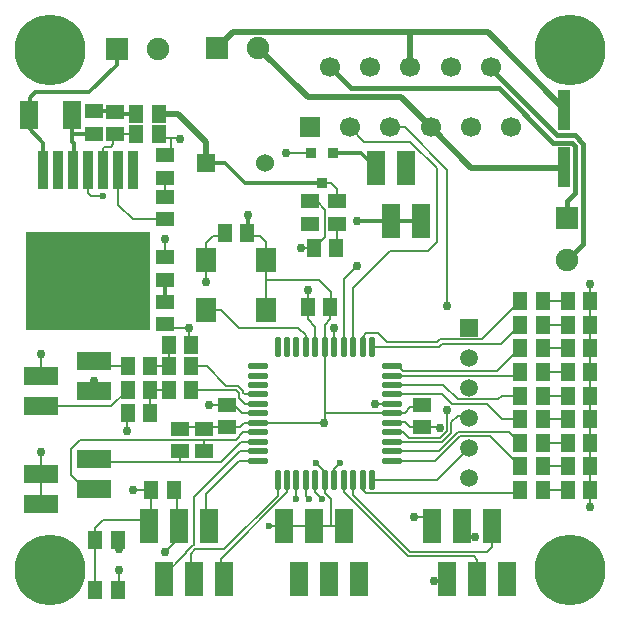
<source format=gtl>
G04 Layer_Physical_Order=1*
G04 Layer_Color=255*
%FSLAX25Y25*%
%MOIN*%
G70*
G01*
G75*
%ADD10R,0.11811X0.05906*%
%ADD11R,0.05906X0.11811*%
%ADD12R,0.05118X0.05906*%
%ADD13R,0.05906X0.05118*%
%ADD14R,0.03740X0.12598*%
%ADD15R,0.41339X0.32677*%
%ADD16O,0.02165X0.06890*%
%ADD17O,0.06890X0.02165*%
%ADD18R,0.03543X0.03740*%
%ADD19R,0.03543X0.03740*%
%ADD20R,0.05906X0.09449*%
%ADD21R,0.07000X0.07900*%
%ADD22R,0.03937X0.13386*%
%ADD23C,0.00787*%
%ADD24C,0.01969*%
%ADD25C,0.01772*%
%ADD26C,0.01181*%
%ADD27R,0.07480X0.07480*%
%ADD28C,0.07480*%
%ADD29R,0.07480X0.07480*%
%ADD30C,0.06693*%
%ADD31R,0.06693X0.06693*%
%ADD32C,0.06000*%
%ADD33R,0.06000X0.06000*%
%ADD34C,0.05906*%
%ADD35R,0.05906X0.05906*%
%ADD36C,0.02953*%
%ADD37C,0.02362*%
%ADD38C,0.23622*%
D10*
X8858Y-163012D02*
D03*
X26575Y-158012D02*
D03*
X8858Y-153012D02*
D03*
X26575Y-148012D02*
D03*
X8858Y-130532D02*
D03*
X26575Y-125531D02*
D03*
X8858Y-120531D02*
D03*
X26575Y-115532D02*
D03*
D11*
X164075Y-187992D02*
D03*
X159075Y-170276D02*
D03*
X154075Y-187992D02*
D03*
X149075Y-170276D02*
D03*
X144075Y-187992D02*
D03*
X139075Y-170276D02*
D03*
X135453Y-68898D02*
D03*
X130453Y-51181D02*
D03*
X125453Y-68898D02*
D03*
X120453Y-51181D02*
D03*
X89862Y-170276D02*
D03*
X94862Y-187992D02*
D03*
X99862Y-170276D02*
D03*
X104862Y-187992D02*
D03*
X109862Y-170276D02*
D03*
X114862Y-187992D02*
D03*
X69587D02*
D03*
X64587Y-170276D02*
D03*
X59587Y-187992D02*
D03*
X54587Y-170276D02*
D03*
X49587Y-187992D02*
D03*
X44587Y-170276D02*
D03*
D12*
X34252Y-191929D02*
D03*
X26772D02*
D03*
X107087Y-77756D02*
D03*
X99606D02*
D03*
X191732Y-158465D02*
D03*
X184252D02*
D03*
X191732Y-150591D02*
D03*
X184252D02*
D03*
X191732Y-142717D02*
D03*
X184252D02*
D03*
X191732Y-134843D02*
D03*
X184252D02*
D03*
X191732Y-119095D02*
D03*
X184252D02*
D03*
X191732Y-111221D02*
D03*
X184252D02*
D03*
X191732Y-103347D02*
D03*
X184252D02*
D03*
X191732Y-95472D02*
D03*
X184252D02*
D03*
X191732Y-126969D02*
D03*
X184252D02*
D03*
X47933Y-32972D02*
D03*
X40453D02*
D03*
X45079Y-132874D02*
D03*
X37598D02*
D03*
Y-125000D02*
D03*
X45079D02*
D03*
X58858D02*
D03*
X51378D02*
D03*
X58858Y-110236D02*
D03*
X51378D02*
D03*
X45079Y-117126D02*
D03*
X37598D02*
D03*
X51378D02*
D03*
X58858D02*
D03*
X168504Y-126969D02*
D03*
X175984D02*
D03*
X175984Y-119095D02*
D03*
X168504D02*
D03*
Y-111221D02*
D03*
X175984D02*
D03*
Y-103347D02*
D03*
X168504D02*
D03*
X168504Y-158465D02*
D03*
X175984D02*
D03*
X175983Y-150589D02*
D03*
X168503D02*
D03*
X168504Y-142717D02*
D03*
X175984D02*
D03*
Y-134843D02*
D03*
X168504D02*
D03*
Y-95472D02*
D03*
X175984D02*
D03*
X40453Y-39862D02*
D03*
X47933D02*
D03*
X34252Y-175197D02*
D03*
X26772D02*
D03*
X45472Y-158465D02*
D03*
X52953D02*
D03*
X70079Y-72835D02*
D03*
X77559D02*
D03*
X97638Y-97441D02*
D03*
X105118D02*
D03*
D13*
X50197Y-95669D02*
D03*
Y-103150D02*
D03*
X98425Y-69685D02*
D03*
Y-62205D02*
D03*
X50000Y-60728D02*
D03*
Y-68209D02*
D03*
X33563Y-32283D02*
D03*
Y-39764D02*
D03*
X107283Y-69685D02*
D03*
Y-62205D02*
D03*
X50197Y-80905D02*
D03*
Y-88386D02*
D03*
X55118Y-145472D02*
D03*
Y-137992D02*
D03*
X62992D02*
D03*
Y-145472D02*
D03*
X26280Y-39665D02*
D03*
Y-32185D02*
D03*
X50000Y-46850D02*
D03*
Y-54331D02*
D03*
X135827Y-137598D02*
D03*
Y-130118D02*
D03*
X70866Y-130118D02*
D03*
Y-137598D02*
D03*
D14*
X39508Y-51673D02*
D03*
X34508D02*
D03*
X29508D02*
D03*
X24508D02*
D03*
X19508D02*
D03*
X14508D02*
D03*
X9508D02*
D03*
D15*
X24508Y-88878D02*
D03*
D16*
X87598Y-155118D02*
D03*
X90748D02*
D03*
X93898D02*
D03*
X97047D02*
D03*
X100197D02*
D03*
X103347D02*
D03*
X106496D02*
D03*
X109646D02*
D03*
X112795D02*
D03*
X115945D02*
D03*
X119095D02*
D03*
Y-110630D02*
D03*
X115945D02*
D03*
X112795D02*
D03*
X109646D02*
D03*
X106496D02*
D03*
X103347D02*
D03*
X100197D02*
D03*
X97047D02*
D03*
X93898D02*
D03*
X90748D02*
D03*
X87598D02*
D03*
D17*
X125591Y-148622D02*
D03*
Y-145472D02*
D03*
Y-142323D02*
D03*
Y-139173D02*
D03*
Y-136024D02*
D03*
Y-132874D02*
D03*
Y-129724D02*
D03*
Y-126575D02*
D03*
Y-123425D02*
D03*
Y-120276D02*
D03*
Y-117126D02*
D03*
X81102D02*
D03*
Y-120276D02*
D03*
Y-123425D02*
D03*
Y-126575D02*
D03*
Y-129724D02*
D03*
Y-132874D02*
D03*
Y-136024D02*
D03*
Y-139173D02*
D03*
Y-142323D02*
D03*
Y-145472D02*
D03*
Y-148622D02*
D03*
D18*
X102362Y-56102D02*
D03*
X106102Y-46260D02*
D03*
D19*
X98622Y-46260D02*
D03*
D20*
X19193Y-33563D02*
D03*
X4626D02*
D03*
D21*
X83661Y-98425D02*
D03*
Y-81925D02*
D03*
X63661Y-98425D02*
D03*
Y-81925D02*
D03*
D22*
X183071Y-50787D02*
D03*
Y-31890D02*
D03*
D23*
X37402Y-138779D02*
Y-133071D01*
X158308Y-140394D02*
X168503Y-150589D01*
X148460Y-140394D02*
X158308D01*
X90551Y-46260D02*
X98622D01*
X90551Y-46260D02*
X90551Y-46260D01*
X117028Y-159547D02*
X167421D01*
X149075Y-174213D02*
X153543D01*
X149075D02*
Y-170276D01*
X131890Y-179134D02*
X157480D01*
X154075Y-187992D02*
Y-181634D01*
X152953Y-180512D02*
X154075Y-181634D01*
X131116Y-180512D02*
X152953D01*
X157480Y-179134D02*
X159075Y-177539D01*
X109646Y-159041D02*
X131116Y-180512D01*
X112795Y-160039D02*
X131890Y-179134D01*
X112795Y-160039D02*
Y-155118D01*
X107283Y-62205D02*
Y-58071D01*
X105315Y-56102D02*
X107283Y-58071D01*
X102362Y-56102D02*
X105315D01*
X130079Y-37559D02*
X144193Y-51673D01*
X125197Y-37559D02*
X130079D01*
X144193Y-96949D02*
Y-51673D01*
X131845Y-42323D02*
X140748Y-51226D01*
Y-75787D02*
Y-51226D01*
X137795Y-78740D02*
X140748Y-75787D01*
X125000Y-78740D02*
X137795D01*
X112795Y-90945D02*
X125000Y-78740D01*
X112795Y-110630D02*
Y-90945D01*
X162205Y-109646D02*
X168504Y-103347D01*
X142323Y-109646D02*
X162205D01*
X141339Y-110630D02*
X142323Y-109646D01*
X155709Y-108268D02*
X168504Y-95472D01*
X141752Y-108268D02*
X155709D01*
X140768Y-109252D02*
X141752Y-108268D01*
X119095Y-110630D02*
X141339D01*
X160827Y-118898D02*
X168504Y-111221D01*
X129498Y-118898D02*
X160827D01*
X127726Y-117126D02*
X129498Y-118898D01*
X125591Y-117126D02*
X127726D01*
X125591Y-120276D02*
X167323D01*
X168504Y-119095D01*
X162402Y-126969D02*
X168504D01*
X161102Y-128268D02*
X162402Y-126969D01*
X147638Y-128268D02*
X161102D01*
X142795Y-123425D02*
X147638Y-128268D01*
X125591Y-123425D02*
X142795D01*
X162402Y-134843D02*
X168504D01*
X157463Y-129904D02*
X162402Y-134843D01*
X145687Y-129904D02*
X157463D01*
X142358Y-126575D02*
X145687Y-129904D01*
X125591Y-126575D02*
X142358D01*
X151102Y-133858D02*
X151575Y-134331D01*
X147638Y-133858D02*
X151102D01*
X145571Y-135925D02*
X147638Y-133858D01*
X145571Y-139385D02*
Y-135925D01*
X142436Y-142520D02*
X145571Y-139385D01*
X125787Y-142520D02*
X142436D01*
X125591Y-142323D02*
X125787Y-142520D01*
X141432Y-145472D02*
X147889Y-139016D01*
X164803D01*
X125591Y-145472D02*
X141432D01*
X140232Y-148622D02*
X148460Y-140394D01*
X125591Y-148622D02*
X140232D01*
X119095Y-155118D02*
X140787D01*
X151575Y-144331D01*
X144193Y-138814D02*
Y-131890D01*
X141866Y-141142D02*
X144193Y-138814D01*
X131299Y-141142D02*
X141866D01*
X164803Y-139016D02*
X168504Y-142717D01*
X84646Y-170276D02*
X84646Y-170276D01*
X89862D01*
X99862D01*
X109862D01*
X109862Y-170276D02*
X109862Y-170276D01*
X105315Y-170276D02*
X109862D01*
X105315D02*
Y-161308D01*
X103347Y-159339D02*
X105315Y-161308D01*
X103347Y-159339D02*
Y-155118D01*
X100197Y-159252D02*
X102362Y-161417D01*
X100197Y-159252D02*
Y-155118D01*
X97047Y-160335D02*
X98130Y-161417D01*
X97047Y-160335D02*
Y-155118D01*
X93898Y-161417D02*
Y-155118D01*
X90748Y-159140D02*
Y-155118D01*
X68602Y-181285D02*
X90748Y-159140D01*
X87598Y-160340D02*
Y-155118D01*
X69789Y-178150D02*
X87598Y-160340D01*
X60118Y-178150D02*
X69789D01*
X68602Y-187992D02*
Y-181285D01*
X191732Y-95472D02*
Y-89764D01*
Y-126969D02*
Y-95472D01*
Y-164173D02*
Y-158465D01*
Y-134843D02*
Y-126969D01*
Y-142717D02*
Y-134843D01*
Y-150591D02*
Y-142717D01*
Y-158465D02*
Y-150591D01*
X175984Y-158465D02*
X184252D01*
X184250Y-150589D02*
X184252Y-150591D01*
X175983Y-150589D02*
X184250D01*
X175984Y-142717D02*
X184252D01*
X175984Y-134843D02*
X184252D01*
X175984Y-126969D02*
X184252D01*
X175984Y-119095D02*
X184252D01*
X184252Y-111221D02*
X184252Y-111221D01*
X175984Y-111221D02*
X184252D01*
X175984Y-103347D02*
X184252D01*
X175984Y-95472D02*
X184252D01*
X124016Y-109252D02*
X140768D01*
X120965Y-106201D02*
X124016Y-109252D01*
X117028Y-106201D02*
X120965D01*
X115945Y-107283D02*
X117028Y-106201D01*
X115945Y-110630D02*
Y-107283D01*
Y-158465D02*
X117028Y-159547D01*
X115945Y-158465D02*
Y-155118D01*
X129331Y-139173D02*
X131299Y-141142D01*
X48031Y-41142D02*
X54921D01*
X47933Y-41043D02*
X48031Y-41142D01*
X47933Y-41043D02*
Y-39862D01*
X54921Y-41142D02*
X55118Y-41339D01*
X167421Y-159547D02*
X168504Y-158465D01*
X45472Y-168405D02*
Y-158465D01*
X29429Y-168405D02*
X45472D01*
X26772Y-171063D02*
X29429Y-168405D01*
X26772Y-191929D02*
Y-171063D01*
X58602Y-187992D02*
Y-179665D01*
X34646Y-191535D02*
Y-185039D01*
X52953Y-158465D02*
X54134Y-159646D01*
Y-175196D02*
Y-159646D01*
X50197Y-179133D02*
X54134Y-175196D01*
X59665Y-176772D02*
Y-160807D01*
X59547Y-176772D02*
X59665D01*
X57224Y-179095D02*
X59547Y-176772D01*
X57224Y-179370D02*
Y-179095D01*
X48602Y-187992D02*
X57224Y-179370D01*
X143287Y-188779D02*
X144075Y-187992D01*
X139764Y-188779D02*
X143287D01*
X103347Y-135827D02*
Y-132874D01*
X103150Y-136024D02*
X103347Y-135827D01*
X81102Y-136024D02*
X103150D01*
X58071Y-109449D02*
Y-104331D01*
Y-109449D02*
X58858Y-110236D01*
X50197Y-103150D02*
X51378Y-104331D01*
X58071D01*
X106496Y-151378D02*
X108268Y-149606D01*
X106496Y-155118D02*
Y-151378D01*
X100394Y-149606D02*
X103347Y-152559D01*
Y-155118D02*
Y-152559D01*
X58602Y-179665D02*
X60118Y-178150D01*
X116575Y-42323D02*
X131845D01*
X111811Y-37559D02*
X116575Y-42323D01*
X125591Y-139173D02*
X129331D01*
X106299Y-110433D02*
X106496Y-110630D01*
X106299Y-110433D02*
Y-104331D01*
X105118Y-101575D02*
Y-99410D01*
X103347Y-103347D02*
X105118Y-101575D01*
X103347Y-110630D02*
Y-103347D01*
X100197Y-110630D02*
Y-104134D01*
X97638Y-101575D02*
X100197Y-104134D01*
X97638Y-101575D02*
Y-99410D01*
X105315Y-97441D02*
Y-92520D01*
X101378Y-88583D02*
X105315Y-92520D01*
X83661Y-88583D02*
X101378D01*
X83661D02*
Y-83894D01*
X109646Y-110630D02*
Y-88189D01*
X114173Y-83661D01*
X141535Y-137598D02*
X141732Y-137795D01*
X135827Y-137598D02*
X141535D01*
X136319Y-167520D02*
X139075Y-170276D01*
X133071Y-167520D02*
X136319D01*
X120079Y-129921D02*
X120276Y-129724D01*
X125591D01*
X103347Y-132874D02*
X125591D01*
X103347Y-132874D02*
X103347Y-132874D01*
X131890Y-130905D02*
X135039D01*
X129921Y-132874D02*
X131890Y-130905D01*
X135039D02*
X135827Y-130118D01*
X125591Y-132874D02*
X129921D01*
X64764Y-130118D02*
X70866D01*
X39370Y-158465D02*
X45472D01*
X21654Y-141732D02*
X62992D01*
X18701Y-144685D02*
X21654Y-141732D01*
X18701Y-153543D02*
Y-144685D01*
Y-153543D02*
X23169Y-158012D01*
X8858Y-120531D02*
Y-113189D01*
X58858Y-117126D02*
X63976D01*
X70473Y-123622D01*
X74390D01*
X76181Y-125414D01*
Y-126104D02*
Y-125414D01*
Y-126104D02*
X76652Y-126575D01*
X81102D01*
X74803Y-127875D02*
X76652Y-129724D01*
X74803Y-127875D02*
Y-125984D01*
X58858Y-125000D02*
X73819D01*
X74803Y-125984D01*
X76652Y-129724D02*
X81102D01*
X51378Y-117126D02*
X51378Y-117126D01*
Y-110236D01*
X26575Y-115532D02*
X28169Y-117126D01*
X37598D01*
X45079D02*
X51378D01*
X45079Y-125000D02*
X51378D01*
X45079Y-132874D02*
Y-125000D01*
X8858Y-130532D02*
X32067D01*
X37598Y-125000D01*
X55118Y-149016D02*
X68858D01*
X27579D02*
X55118D01*
Y-145472D01*
X62992Y-141732D02*
X73636D01*
X62992Y-145472D02*
Y-141732D01*
X55512Y-137598D02*
X70866D01*
X55118Y-137992D02*
X55512Y-137598D01*
X68858Y-149016D02*
X75551Y-142323D01*
X26575Y-148012D02*
X27579Y-149016D01*
X73636Y-141732D02*
X76195Y-139173D01*
X103347Y-132874D02*
Y-110630D01*
X63661Y-89252D02*
Y-81925D01*
X97638Y-97441D02*
Y-91732D01*
X83661Y-98425D02*
Y-88583D01*
Y-100394D02*
Y-98425D01*
X65945Y-73819D02*
X70079D01*
X63661Y-76102D02*
X65945Y-73819D01*
X63661Y-81925D02*
Y-76102D01*
X83661Y-81925D02*
Y-75787D01*
X81693Y-73819D02*
X83661Y-75787D01*
X77559Y-73819D02*
X81693D01*
X63661Y-98425D02*
X68898D01*
X74803Y-104331D01*
X94488D01*
X97047Y-106890D01*
Y-110630D02*
Y-106890D01*
X131693Y-137598D02*
X135827D01*
X129921Y-135827D02*
X131693Y-137598D01*
X125787Y-135827D02*
X129921D01*
X125591Y-136024D02*
X125787Y-135827D01*
X109646Y-159041D02*
Y-155118D01*
X159075Y-177539D02*
Y-170276D01*
X63602D02*
Y-159823D01*
X74803Y-148622D01*
X81102D01*
X75000Y-145472D02*
X81102D01*
X59665Y-160807D02*
X75000Y-145472D01*
X8858Y-153012D02*
Y-145669D01*
Y-163012D02*
Y-153012D01*
X70866Y-137598D02*
X75000D01*
X76575Y-136024D01*
X81102D01*
X75787Y-132874D02*
X81102D01*
X73032Y-130118D02*
X75787Y-132874D01*
X70866Y-130118D02*
X73032D01*
X23169Y-158012D02*
X26575D01*
X76195Y-139173D02*
X81102D01*
X75551Y-142323D02*
X81102D01*
X50197Y-80905D02*
Y-74803D01*
X95472Y-77756D02*
X99606D01*
X103346Y-74016D01*
Y-64960D01*
X100591Y-62205D02*
X103346Y-64960D01*
X98425Y-62205D02*
X100591D01*
X107087Y-77756D02*
X107283Y-77559D01*
Y-69685D01*
X34508Y-63346D02*
Y-51673D01*
Y-63346D02*
X39370Y-68209D01*
X50000D01*
Y-60728D02*
Y-54331D01*
Y-46850D02*
X52165Y-44685D01*
Y-41142D01*
X40354Y-39764D02*
X40453Y-39862D01*
X33563Y-39764D02*
X40354D01*
X31988Y-43996D02*
X32776Y-43209D01*
X29921Y-43996D02*
X31988D01*
X29508Y-51673D02*
Y-44409D01*
X29921Y-43996D01*
X32776Y-43209D02*
Y-40551D01*
X33563Y-39764D01*
X25492Y-60532D02*
X29528D01*
X24508Y-59547D02*
X25492Y-60532D01*
X24508Y-59547D02*
Y-51673D01*
D24*
X97579Y-27598D02*
X128622D01*
X81200Y-11220D02*
X97579Y-27598D01*
X182677Y-51181D02*
X183071Y-50787D01*
X152205Y-51181D02*
X182677D01*
X138583Y-37559D02*
X152205Y-51181D01*
X183071Y-50787D02*
X183661Y-50197D01*
X157587Y-5906D02*
X183071Y-31390D01*
X128622Y-27598D02*
X138583Y-37559D01*
X131890Y-5906D02*
X157587D01*
X72737D02*
X131890D01*
X67422Y-11220D02*
X72737Y-5906D01*
X131890Y-17559D02*
Y-5906D01*
X131890Y-5906D02*
X131890Y-5906D01*
X47933Y-32972D02*
X54429D01*
X63878Y-42421D01*
Y-49409D02*
Y-42421D01*
D25*
X184055Y-67914D02*
Y-62008D01*
X186675Y-59388D01*
Y-43642D01*
X105118Y-17559D02*
X112165Y-24606D01*
X161417D01*
X158661Y-18230D02*
X180688Y-40256D01*
X189370Y-76378D02*
Y-42997D01*
X186629Y-40256D02*
X189370Y-42997D01*
X180688Y-40256D02*
X186629D01*
X161417Y-24606D02*
X179429Y-42618D01*
X180491D01*
X180491Y-42618D01*
X185651D01*
X186675Y-43642D01*
X184055Y-81693D02*
X189370Y-76378D01*
D26*
X115532Y-46260D02*
X120453Y-51181D01*
X106102Y-46260D02*
X115532D01*
X77756Y-73622D02*
Y-66929D01*
X50197Y-95669D02*
Y-88386D01*
X98622Y-69882D02*
X98622Y-69882D01*
X98425Y-69685D02*
X98622Y-69882D01*
X114173Y-68898D02*
X125453D01*
X135453D01*
X63878Y-49409D02*
X70079D01*
X76772Y-56102D01*
X102362D01*
X24803Y-25886D02*
X33957Y-16732D01*
X6791Y-25886D02*
X24803D01*
X4921Y-27756D02*
X6791Y-25886D01*
X33957Y-16732D02*
Y-11319D01*
X19193Y-39469D02*
Y-33563D01*
Y-42323D02*
Y-39469D01*
X19390Y-39665D01*
X26280D01*
X34252Y-32972D02*
X40453D01*
X33563Y-32283D02*
X34252Y-32972D01*
X33465Y-32185D02*
X33563Y-32283D01*
X26280Y-32185D02*
X33465D01*
X19783Y-51398D02*
Y-42913D01*
X19193Y-42323D02*
X19783Y-42913D01*
X4921Y-33858D02*
Y-27756D01*
X9508Y-51673D02*
X9547Y-51634D01*
Y-42717D01*
X4626Y-37795D02*
X9547Y-42717D01*
X4626Y-37795D02*
Y-33563D01*
X4921Y-33858D01*
D27*
X67422Y-11220D02*
D03*
X33957Y-11319D02*
D03*
D28*
X81200Y-11220D02*
D03*
X184055Y-81693D02*
D03*
X47736Y-11319D02*
D03*
D29*
X184055Y-67914D02*
D03*
D30*
X145276Y-17559D02*
D03*
X151969Y-37559D02*
D03*
X158661Y-17559D02*
D03*
X165354Y-37559D02*
D03*
X105118Y-17559D02*
D03*
X111811Y-37559D02*
D03*
X118504Y-17559D02*
D03*
X125197Y-37559D02*
D03*
X131890Y-17559D02*
D03*
X138583Y-37559D02*
D03*
D31*
X98425D02*
D03*
D32*
X83563Y-49409D02*
D03*
D33*
X63878D02*
D03*
D34*
X151575Y-154331D02*
D03*
Y-144331D02*
D03*
Y-134331D02*
D03*
Y-124331D02*
D03*
Y-114331D02*
D03*
D35*
Y-104331D02*
D03*
D36*
X90551Y-46260D02*
D03*
X153543Y-174213D02*
D03*
X5906Y-76772D02*
D03*
Y-82677D02*
D03*
Y-88583D02*
D03*
Y-94488D02*
D03*
Y-100394D02*
D03*
X11811D02*
D03*
Y-94488D02*
D03*
Y-88583D02*
D03*
Y-82677D02*
D03*
Y-76772D02*
D03*
X17717D02*
D03*
Y-82677D02*
D03*
Y-88583D02*
D03*
Y-94488D02*
D03*
Y-100394D02*
D03*
X23622D02*
D03*
Y-94488D02*
D03*
Y-88583D02*
D03*
Y-82677D02*
D03*
Y-76772D02*
D03*
X29528D02*
D03*
Y-82677D02*
D03*
Y-88583D02*
D03*
Y-94488D02*
D03*
Y-100394D02*
D03*
X35433D02*
D03*
Y-94488D02*
D03*
Y-88583D02*
D03*
Y-82677D02*
D03*
X41339Y-100394D02*
D03*
Y-94488D02*
D03*
Y-88583D02*
D03*
Y-82677D02*
D03*
X191732Y-164173D02*
D03*
Y-89764D02*
D03*
X144193Y-96949D02*
D03*
Y-131890D02*
D03*
X55118Y-41339D02*
D03*
X64961Y-173228D02*
D03*
X60039Y-185039D02*
D03*
X34646D02*
D03*
Y-178150D02*
D03*
X50197Y-179133D02*
D03*
X139764Y-188779D02*
D03*
X103150Y-136024D02*
D03*
X58071Y-104331D02*
D03*
X98425Y-69685D02*
D03*
X129921Y-48720D02*
D03*
X106299Y-104331D02*
D03*
X114173Y-83661D02*
D03*
X141732Y-137795D02*
D03*
X133071Y-167520D02*
D03*
X120079Y-129921D02*
D03*
X64764Y-130118D02*
D03*
X39370Y-158465D02*
D03*
X37402Y-138779D02*
D03*
X8858Y-113189D02*
D03*
X26575Y-122047D02*
D03*
X63661Y-89252D02*
D03*
X97638Y-91732D02*
D03*
X77756Y-66929D02*
D03*
X8858Y-145669D02*
D03*
X50197Y-74803D02*
D03*
X95472Y-77756D02*
D03*
X114173Y-68898D02*
D03*
D37*
X84646Y-170276D02*
D03*
X102362Y-161417D02*
D03*
X98130D02*
D03*
X93898D02*
D03*
X114862Y-184153D02*
D03*
X104705Y-184252D02*
D03*
X94488Y-184252D02*
D03*
X108268Y-149606D02*
D03*
X100394D02*
D03*
X29528Y-60532D02*
D03*
D38*
X11811Y-11811D02*
D03*
X185039D02*
D03*
Y-185039D02*
D03*
X11811D02*
D03*
M02*

</source>
